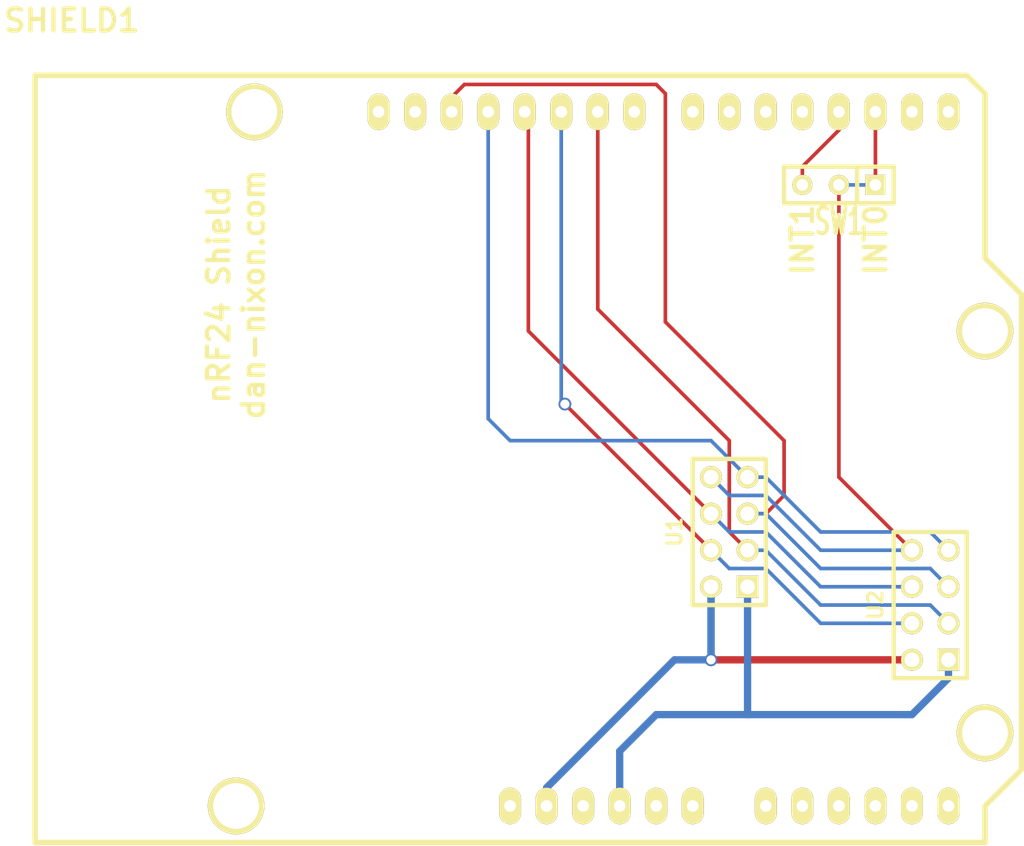
<source format=kicad_pcb>
(kicad_pcb (version 3) (host pcbnew "(2013-mar-13)-testing")

  (general
    (links 19)
    (no_connects 0)
    (area 47.430267 87.7316 123.634501 146.554)
    (thickness 1.6)
    (drawings 3)
    (tracks 69)
    (zones 0)
    (modules 4)
    (nets 29)
  )

  (page A4)
  (layers
    (15 F.Cu signal)
    (0 B.Cu signal)
    (16 B.Adhes user)
    (17 F.Adhes user)
    (18 B.Paste user)
    (19 F.Paste user)
    (20 B.SilkS user)
    (21 F.SilkS user)
    (22 B.Mask user)
    (23 F.Mask user)
    (24 Dwgs.User user)
    (25 Cmts.User user)
    (26 Eco1.User user)
    (27 Eco2.User user)
    (28 Edge.Cuts user)
  )

  (setup
    (last_trace_width 0.254)
    (trace_clearance 0.254)
    (zone_clearance 0.508)
    (zone_45_only no)
    (trace_min 0.254)
    (segment_width 0.2)
    (edge_width 0.1)
    (via_size 0.889)
    (via_drill 0.635)
    (via_min_size 0.889)
    (via_min_drill 0.508)
    (uvia_size 0.508)
    (uvia_drill 0.127)
    (uvias_allowed no)
    (uvia_min_size 0.508)
    (uvia_min_drill 0.127)
    (pcb_text_width 0.3)
    (pcb_text_size 1.5 1.5)
    (mod_edge_width 0.15)
    (mod_text_size 1 1)
    (mod_text_width 0.15)
    (pad_size 1.5 1.5)
    (pad_drill 0.6)
    (pad_to_mask_clearance 0)
    (aux_axis_origin 0 0)
    (visible_elements FFFFFF7F)
    (pcbplotparams
      (layerselection 3178497)
      (usegerberextensions true)
      (excludeedgelayer true)
      (linewidth 0.150000)
      (plotframeref false)
      (viasonmask false)
      (mode 1)
      (useauxorigin false)
      (hpglpennumber 1)
      (hpglpenspeed 20)
      (hpglpendiameter 15)
      (hpglpenoverlay 2)
      (psnegative false)
      (psa4output false)
      (plotreference true)
      (plotvalue true)
      (plotothertext true)
      (plotinvisibletext false)
      (padsonsilk false)
      (subtractmaskfromsilk false)
      (outputformat 1)
      (mirror false)
      (drillshape 1)
      (scaleselection 1)
      (outputdirectory ""))
  )

  (net 0 "")
  (net 1 /3v3)
  (net 2 /CE)
  (net 3 /CSN)
  (net 4 /GND)
  (net 5 /IRQ)
  (net 6 /MISO)
  (net 7 /MOSI)
  (net 8 /SCK)
  (net 9 N-0000010)
  (net 10 N-0000011)
  (net 11 N-0000012)
  (net 12 N-0000013)
  (net 13 N-0000014)
  (net 14 N-0000015)
  (net 15 N-0000016)
  (net 16 N-0000017)
  (net 17 N-0000018)
  (net 18 N-0000019)
  (net 19 N-000002)
  (net 20 N-0000020)
  (net 21 N-0000021)
  (net 22 N-0000022)
  (net 23 N-0000023)
  (net 24 N-0000024)
  (net 25 N-0000028)
  (net 26 N-000003)
  (net 27 N-000008)
  (net 28 N-000009)

  (net_class Default "This is the default net class."
    (clearance 0.254)
    (trace_width 0.254)
    (via_dia 0.889)
    (via_drill 0.635)
    (uvia_dia 0.508)
    (uvia_drill 0.127)
    (add_net "")
    (add_net /CE)
    (add_net /CSN)
    (add_net /IRQ)
    (add_net /MISO)
    (add_net /MOSI)
    (add_net /SCK)
    (add_net N-0000010)
    (add_net N-0000011)
    (add_net N-0000012)
    (add_net N-0000013)
    (add_net N-0000014)
    (add_net N-0000015)
    (add_net N-0000016)
    (add_net N-0000017)
    (add_net N-0000018)
    (add_net N-0000019)
    (add_net N-000002)
    (add_net N-0000020)
    (add_net N-0000021)
    (add_net N-0000022)
    (add_net N-0000023)
    (add_net N-0000024)
    (add_net N-0000028)
    (add_net N-000003)
    (add_net N-000008)
    (add_net N-000009)
  )

  (net_class Power ""
    (clearance 0.254)
    (trace_width 0.508)
    (via_dia 0.889)
    (via_drill 0.635)
    (uvia_dia 0.508)
    (uvia_drill 0.127)
    (add_net /3v3)
    (add_net /GND)
  )

  (module SIL-3 (layer F.Cu) (tedit 200000) (tstamp 5372508E)
    (at 110.49 100.33 180)
    (descr "Connecteur 3 pins")
    (tags "CONN DEV")
    (path /537249B6)
    (fp_text reference SW1 (at 0 -2.54 180) (layer F.SilkS)
      (effects (font (size 1.7907 1.07696) (thickness 0.3048)))
    )
    (fp_text value SWITCH_INV (at 0 -2.54 180) (layer F.SilkS) hide
      (effects (font (size 1.524 1.016) (thickness 0.3048)))
    )
    (fp_line (start -3.81 1.27) (end -3.81 -1.27) (layer F.SilkS) (width 0.3048))
    (fp_line (start -3.81 -1.27) (end 3.81 -1.27) (layer F.SilkS) (width 0.3048))
    (fp_line (start 3.81 -1.27) (end 3.81 1.27) (layer F.SilkS) (width 0.3048))
    (fp_line (start 3.81 1.27) (end -3.81 1.27) (layer F.SilkS) (width 0.3048))
    (fp_line (start -1.27 -1.27) (end -1.27 1.27) (layer F.SilkS) (width 0.3048))
    (pad 1 thru_hole rect (at -2.54 0 180) (size 1.397 1.397) (drill 0.8128)
      (layers *.Cu *.Mask F.SilkS)
      (net 5 /IRQ)
    )
    (pad 2 thru_hole circle (at 0 0 180) (size 1.397 1.397) (drill 0.8128)
      (layers *.Cu *.Mask F.SilkS)
      (net 5 /IRQ)
    )
    (pad 3 thru_hole circle (at 2.54 0 180) (size 1.397 1.397) (drill 0.8128)
      (layers *.Cu *.Mask F.SilkS)
      (net 25 N-0000028)
    )
  )

  (module pin_array_4x2 (layer F.Cu) (tedit 3FAB90E6) (tstamp 537265B1)
    (at 102.87 124.46 90)
    (descr "Double rangee de contacts 2 x 4 pins")
    (tags CONN)
    (path /53724665)
    (fp_text reference U1 (at 0 -3.81 90) (layer F.SilkS)
      (effects (font (size 1.016 1.016) (thickness 0.2032)))
    )
    (fp_text value NRF24 (at 0 3.81 90) (layer F.SilkS) hide
      (effects (font (size 1.016 1.016) (thickness 0.2032)))
    )
    (fp_line (start -5.08 -2.54) (end 5.08 -2.54) (layer F.SilkS) (width 0.3048))
    (fp_line (start 5.08 -2.54) (end 5.08 2.54) (layer F.SilkS) (width 0.3048))
    (fp_line (start 5.08 2.54) (end -5.08 2.54) (layer F.SilkS) (width 0.3048))
    (fp_line (start -5.08 2.54) (end -5.08 -2.54) (layer F.SilkS) (width 0.3048))
    (pad 1 thru_hole rect (at -3.81 1.27 90) (size 1.524 1.524) (drill 1.016)
      (layers *.Cu *.Mask F.SilkS)
      (net 4 /GND)
    )
    (pad 2 thru_hole circle (at -3.81 -1.27 90) (size 1.524 1.524) (drill 1.016)
      (layers *.Cu *.Mask F.SilkS)
      (net 1 /3v3)
    )
    (pad 3 thru_hole circle (at -1.27 1.27 90) (size 1.524 1.524) (drill 1.016)
      (layers *.Cu *.Mask F.SilkS)
      (net 2 /CE)
    )
    (pad 4 thru_hole circle (at -1.27 -1.27 90) (size 1.524 1.524) (drill 1.016)
      (layers *.Cu *.Mask F.SilkS)
      (net 3 /CSN)
    )
    (pad 5 thru_hole circle (at 1.27 1.27 90) (size 1.524 1.524) (drill 1.016)
      (layers *.Cu *.Mask F.SilkS)
      (net 8 /SCK)
    )
    (pad 6 thru_hole circle (at 1.27 -1.27 90) (size 1.524 1.524) (drill 1.016)
      (layers *.Cu *.Mask F.SilkS)
      (net 7 /MOSI)
    )
    (pad 7 thru_hole circle (at 3.81 1.27 90) (size 1.524 1.524) (drill 1.016)
      (layers *.Cu *.Mask F.SilkS)
      (net 6 /MISO)
    )
    (pad 8 thru_hole circle (at 3.81 -1.27 90) (size 1.524 1.524) (drill 1.016)
      (layers *.Cu *.Mask F.SilkS)
      (net 5 /IRQ)
    )
    (model pin_array/pins_array_4x2.wrl
      (at (xyz 0 0 0))
      (scale (xyz 1 1 1))
      (rotate (xyz 0 0 0))
    )
  )

  (module pin_array_4x2 (layer F.Cu) (tedit 3FAB90E6) (tstamp 537250AE)
    (at 116.84 129.54 90)
    (descr "Double rangee de contacts 2 x 4 pins")
    (tags CONN)
    (path /53724AE1)
    (fp_text reference U2 (at 0 -3.81 90) (layer F.SilkS)
      (effects (font (size 1.016 1.016) (thickness 0.2032)))
    )
    (fp_text value NRF24 (at 0 3.81 90) (layer F.SilkS) hide
      (effects (font (size 1.016 1.016) (thickness 0.2032)))
    )
    (fp_line (start -5.08 -2.54) (end 5.08 -2.54) (layer F.SilkS) (width 0.3048))
    (fp_line (start 5.08 -2.54) (end 5.08 2.54) (layer F.SilkS) (width 0.3048))
    (fp_line (start 5.08 2.54) (end -5.08 2.54) (layer F.SilkS) (width 0.3048))
    (fp_line (start -5.08 2.54) (end -5.08 -2.54) (layer F.SilkS) (width 0.3048))
    (pad 1 thru_hole rect (at -3.81 1.27 90) (size 1.524 1.524) (drill 1.016)
      (layers *.Cu *.Mask F.SilkS)
      (net 4 /GND)
    )
    (pad 2 thru_hole circle (at -3.81 -1.27 90) (size 1.524 1.524) (drill 1.016)
      (layers *.Cu *.Mask F.SilkS)
      (net 1 /3v3)
    )
    (pad 3 thru_hole circle (at -1.27 1.27 90) (size 1.524 1.524) (drill 1.016)
      (layers *.Cu *.Mask F.SilkS)
      (net 2 /CE)
    )
    (pad 4 thru_hole circle (at -1.27 -1.27 90) (size 1.524 1.524) (drill 1.016)
      (layers *.Cu *.Mask F.SilkS)
      (net 3 /CSN)
    )
    (pad 5 thru_hole circle (at 1.27 1.27 90) (size 1.524 1.524) (drill 1.016)
      (layers *.Cu *.Mask F.SilkS)
      (net 8 /SCK)
    )
    (pad 6 thru_hole circle (at 1.27 -1.27 90) (size 1.524 1.524) (drill 1.016)
      (layers *.Cu *.Mask F.SilkS)
      (net 7 /MOSI)
    )
    (pad 7 thru_hole circle (at 3.81 1.27 90) (size 1.524 1.524) (drill 1.016)
      (layers *.Cu *.Mask F.SilkS)
      (net 6 /MISO)
    )
    (pad 8 thru_hole circle (at 3.81 -1.27 90) (size 1.524 1.524) (drill 1.016)
      (layers *.Cu *.Mask F.SilkS)
      (net 5 /IRQ)
    )
    (model pin_array/pins_array_4x2.wrl
      (at (xyz 0 0 0))
      (scale (xyz 1 1 1))
      (rotate (xyz 0 0 0))
    )
  )

  (module "ARDUINO SHIELD" (layer F.Cu) (tedit 4CD6A37D) (tstamp 537264A9)
    (at 54.61 146.05)
    (path /537263BD)
    (fp_text reference SHIELD1 (at 2.54 -57.15) (layer F.SilkS)
      (effects (font (thickness 0.3048)))
    )
    (fp_text value ARDUINO_SHIELD (at 5.08 -54.61) (layer F.SilkS) hide
      (effects (font (thickness 0.3048)))
    )
    (fp_line (start 66.04 -40.64) (end 66.04 -52.07) (layer F.SilkS) (width 0.381))
    (fp_line (start 66.04 -52.07) (end 64.77 -53.34) (layer F.SilkS) (width 0.381))
    (fp_line (start 64.77 -53.34) (end 0 -53.34) (layer F.SilkS) (width 0.381))
    (fp_line (start 66.04 0) (end 0 0) (layer F.SilkS) (width 0.381))
    (fp_line (start 0 0) (end 0 -53.34) (layer F.SilkS) (width 0.381))
    (fp_line (start 66.04 -40.64) (end 68.58 -38.1) (layer F.SilkS) (width 0.381))
    (fp_line (start 68.58 -38.1) (end 68.58 -5.08) (layer F.SilkS) (width 0.381))
    (fp_line (start 68.58 -5.08) (end 66.04 -2.54) (layer F.SilkS) (width 0.381))
    (fp_line (start 66.04 -2.54) (end 66.04 0) (layer F.SilkS) (width 0.381))
    (pad AD5 thru_hole oval (at 63.5 -2.54 90) (size 2.54 1.524) (drill 0.8128)
      (layers *.Cu *.Mask F.SilkS)
      (net 13 N-0000014)
    )
    (pad AD4 thru_hole oval (at 60.96 -2.54 90) (size 2.54 1.524) (drill 0.8128)
      (layers *.Cu *.Mask F.SilkS)
      (net 14 N-0000015)
    )
    (pad AD3 thru_hole oval (at 58.42 -2.54 90) (size 2.54 1.524) (drill 0.8128)
      (layers *.Cu *.Mask F.SilkS)
      (net 15 N-0000016)
    )
    (pad AD0 thru_hole oval (at 50.8 -2.54 90) (size 2.54 1.524) (drill 0.8128)
      (layers *.Cu *.Mask F.SilkS)
      (net 27 N-000008)
    )
    (pad AD1 thru_hole oval (at 53.34 -2.54 90) (size 2.54 1.524) (drill 0.8128)
      (layers *.Cu *.Mask F.SilkS)
      (net 17 N-0000018)
    )
    (pad AD2 thru_hole oval (at 55.88 -2.54 90) (size 2.54 1.524) (drill 0.8128)
      (layers *.Cu *.Mask F.SilkS)
      (net 16 N-0000017)
    )
    (pad V_IN thru_hole oval (at 45.72 -2.54 90) (size 2.54 1.524) (drill 0.8128)
      (layers *.Cu *.Mask F.SilkS)
      (net 28 N-000009)
    )
    (pad GND2 thru_hole oval (at 43.18 -2.54 90) (size 2.54 1.524) (drill 0.8128)
      (layers *.Cu *.Mask F.SilkS)
      (net 11 N-0000012)
    )
    (pad GND1 thru_hole oval (at 40.64 -2.54 90) (size 2.54 1.524) (drill 0.8128)
      (layers *.Cu *.Mask F.SilkS)
      (net 4 /GND)
    )
    (pad 3V3 thru_hole oval (at 35.56 -2.54 90) (size 2.54 1.524) (drill 0.8128)
      (layers *.Cu *.Mask F.SilkS)
      (net 1 /3v3)
    )
    (pad RST thru_hole oval (at 33.02 -2.54 90) (size 2.54 1.524) (drill 0.8128)
      (layers *.Cu *.Mask F.SilkS)
      (net 12 N-0000013)
    )
    (pad 0 thru_hole oval (at 63.5 -50.8 90) (size 2.54 1.524) (drill 0.8128)
      (layers *.Cu *.Mask F.SilkS)
      (net 26 N-000003)
    )
    (pad 1 thru_hole oval (at 60.96 -50.8 90) (size 2.54 1.524) (drill 0.8128)
      (layers *.Cu *.Mask F.SilkS)
      (net 19 N-000002)
    )
    (pad 2 thru_hole oval (at 58.42 -50.8 90) (size 2.54 1.524) (drill 0.8128)
      (layers *.Cu *.Mask F.SilkS)
      (net 5 /IRQ)
    )
    (pad 3 thru_hole oval (at 55.88 -50.8 90) (size 2.54 1.524) (drill 0.8128)
      (layers *.Cu *.Mask F.SilkS)
      (net 25 N-0000028)
    )
    (pad 4 thru_hole oval (at 53.34 -50.8 90) (size 2.54 1.524) (drill 0.8128)
      (layers *.Cu *.Mask F.SilkS)
      (net 24 N-0000024)
    )
    (pad 5 thru_hole oval (at 50.8 -50.8 90) (size 2.54 1.524) (drill 0.8128)
      (layers *.Cu *.Mask F.SilkS)
      (net 23 N-0000023)
    )
    (pad 6 thru_hole oval (at 48.26 -50.8 90) (size 2.54 1.524) (drill 0.8128)
      (layers *.Cu *.Mask F.SilkS)
      (net 22 N-0000022)
    )
    (pad 7 thru_hole oval (at 45.72 -50.8 90) (size 2.54 1.524) (drill 0.8128)
      (layers *.Cu *.Mask F.SilkS)
      (net 21 N-0000021)
    )
    (pad 8 thru_hole oval (at 41.656 -50.8 90) (size 2.54 1.524) (drill 0.8128)
      (layers *.Cu *.Mask F.SilkS)
      (net 20 N-0000020)
    )
    (pad 9 thru_hole oval (at 39.116 -50.8 90) (size 2.54 1.524) (drill 0.8128)
      (layers *.Cu *.Mask F.SilkS)
      (net 2 /CE)
    )
    (pad 10 thru_hole oval (at 36.576 -50.8 90) (size 2.54 1.524) (drill 0.8128)
      (layers *.Cu *.Mask F.SilkS)
      (net 3 /CSN)
    )
    (pad 11 thru_hole oval (at 34.036 -50.8 90) (size 2.54 1.524) (drill 0.8128)
      (layers *.Cu *.Mask F.SilkS)
      (net 7 /MOSI)
    )
    (pad 12 thru_hole oval (at 31.496 -50.8 90) (size 2.54 1.524) (drill 0.8128)
      (layers *.Cu *.Mask F.SilkS)
      (net 6 /MISO)
    )
    (pad 13 thru_hole oval (at 28.956 -50.8 90) (size 2.54 1.524) (drill 0.8128)
      (layers *.Cu *.Mask F.SilkS)
      (net 8 /SCK)
    )
    (pad GND3 thru_hole oval (at 26.416 -50.8 90) (size 2.54 1.524) (drill 0.8128)
      (layers *.Cu *.Mask F.SilkS)
      (net 10 N-0000011)
    )
    (pad AREF thru_hole oval (at 23.876 -50.8 90) (size 2.54 1.524) (drill 0.8128)
      (layers *.Cu *.Mask F.SilkS)
      (net 9 N-0000010)
    )
    (pad 5V thru_hole oval (at 38.1 -2.54 90) (size 2.54 1.524) (drill 0.8128)
      (layers *.Cu *.Mask F.SilkS)
      (net 18 N-0000019)
    )
    (pad "" thru_hole circle (at 66.04 -7.62 90) (size 3.937 3.937) (drill 3.175)
      (layers *.Cu *.Mask F.SilkS)
    )
    (pad "" thru_hole circle (at 66.04 -35.56 90) (size 3.937 3.937) (drill 3.175)
      (layers *.Cu *.Mask F.SilkS)
    )
    (pad "" thru_hole circle (at 15.24 -50.8 90) (size 3.937 3.937) (drill 3.175)
      (layers *.Cu *.Mask F.SilkS)
    )
    (pad "" thru_hole circle (at 13.97 -2.54 90) (size 3.937 3.937) (drill 3.175)
      (layers *.Cu *.Mask F.SilkS)
    )
  )

  (gr_text "nRF24 Shield\ndan-nixon.com" (at 68.58 107.95 90) (layer F.SilkS)
    (effects (font (size 1.5 1.5) (thickness 0.3)))
  )
  (gr_text INT1 (at 107.95 104.14 90) (layer F.SilkS)
    (effects (font (size 1.5 1.5) (thickness 0.3)))
  )
  (gr_text INT0 (at 113.03 104.14 90) (layer F.SilkS)
    (effects (font (size 1.5 1.5) (thickness 0.3)))
  )

  (segment (start 115.57 133.35) (end 101.6 133.35) (width 0.508) (layer F.Cu) (net 1))
  (via (at 101.6 133.35) (size 0.889) (layers F.Cu B.Cu) (net 1))
  (segment (start 101.6 133.35) (end 101.6 128.27) (width 0.508) (layer B.Cu) (net 1) (tstamp 53726609))
  (segment (start 101.6 128.27) (end 101.6 133.35) (width 0.508) (layer B.Cu) (net 1) (tstamp 5372660A))
  (segment (start 101.6 133.35) (end 99.06 133.35) (width 0.508) (layer B.Cu) (net 1) (tstamp 5372660B))
  (segment (start 99.06 133.35) (end 90.17 142.24) (width 0.508) (layer B.Cu) (net 1) (tstamp 5372660C))
  (segment (start 90.17 142.24) (end 90.17 143.51) (width 0.508) (layer B.Cu) (net 1) (tstamp 5372660D))
  (segment (start 93.726 95.25) (end 93.726 108.966) (width 0.254) (layer F.Cu) (net 2))
  (segment (start 102.87 124.46) (end 104.14 125.73) (width 0.254) (layer F.Cu) (net 2) (tstamp 5372669B))
  (segment (start 102.87 118.11) (end 102.87 124.46) (width 0.254) (layer F.Cu) (net 2) (tstamp 53726697))
  (segment (start 93.726 108.966) (end 102.87 118.11) (width 0.254) (layer F.Cu) (net 2) (tstamp 53726691))
  (segment (start 104.14 125.73) (end 105.41 125.73) (width 0.254) (layer B.Cu) (net 2))
  (segment (start 116.84 129.54) (end 118.11 130.81) (width 0.254) (layer B.Cu) (net 2) (tstamp 5372661A))
  (segment (start 109.22 129.54) (end 116.84 129.54) (width 0.254) (layer B.Cu) (net 2) (tstamp 53726618))
  (segment (start 105.41 125.73) (end 109.22 129.54) (width 0.254) (layer B.Cu) (net 2) (tstamp 53726616))
  (segment (start 101.6 125.73) (end 91.44 115.57) (width 0.254) (layer F.Cu) (net 3))
  (segment (start 91.186 115.316) (end 91.186 95.25) (width 0.254) (layer B.Cu) (net 3) (tstamp 537266C1))
  (segment (start 91.44 115.57) (end 91.186 115.316) (width 0.254) (layer B.Cu) (net 3) (tstamp 537266C0))
  (via (at 91.44 115.57) (size 0.889) (layers F.Cu B.Cu) (net 3))
  (segment (start 101.6 125.73) (end 102.87 127) (width 0.254) (layer B.Cu) (net 3))
  (segment (start 109.22 130.81) (end 115.57 130.81) (width 0.254) (layer B.Cu) (net 3) (tstamp 53726612))
  (segment (start 105.41 127) (end 109.22 130.81) (width 0.254) (layer B.Cu) (net 3) (tstamp 53726611))
  (segment (start 102.87 127) (end 105.41 127) (width 0.254) (layer B.Cu) (net 3) (tstamp 53726610))
  (segment (start 104.14 128.27) (end 104.14 137.16) (width 0.508) (layer B.Cu) (net 4))
  (segment (start 118.11 133.35) (end 118.11 134.62) (width 0.508) (layer B.Cu) (net 4))
  (segment (start 95.25 139.7) (end 95.25 143.51) (width 0.508) (layer B.Cu) (net 4) (tstamp 537265F7))
  (segment (start 97.79 137.16) (end 95.25 139.7) (width 0.508) (layer B.Cu) (net 4) (tstamp 537265F5))
  (segment (start 115.57 137.16) (end 104.14 137.16) (width 0.508) (layer B.Cu) (net 4) (tstamp 537265F3))
  (segment (start 104.14 137.16) (end 97.79 137.16) (width 0.508) (layer B.Cu) (net 4) (tstamp 537265FD))
  (segment (start 118.11 134.62) (end 115.57 137.16) (width 0.508) (layer B.Cu) (net 4) (tstamp 537265F2))
  (segment (start 110.49 100.33) (end 113.03 100.33) (width 0.254) (layer B.Cu) (net 5) (status C00000))
  (segment (start 110.49 100.33) (end 110.49 120.65) (width 0.254) (layer F.Cu) (net 5) (status 400000))
  (segment (start 110.49 120.65) (end 115.57 125.73) (width 0.254) (layer F.Cu) (net 5) (tstamp 5372671B) (status 800000))
  (segment (start 113.03 100.33) (end 113.03 95.25) (width 0.254) (layer F.Cu) (net 5) (status C00000))
  (segment (start 101.6 120.65) (end 102.87 121.92) (width 0.254) (layer B.Cu) (net 5))
  (segment (start 109.22 125.73) (end 115.57 125.73) (width 0.254) (layer B.Cu) (net 5) (tstamp 5372662D))
  (segment (start 105.41 121.92) (end 109.22 125.73) (width 0.254) (layer B.Cu) (net 5) (tstamp 5372662C))
  (segment (start 102.87 121.92) (end 105.41 121.92) (width 0.254) (layer B.Cu) (net 5) (tstamp 5372662B))
  (segment (start 104.14 120.65) (end 101.6 118.11) (width 0.254) (layer B.Cu) (net 6))
  (segment (start 86.106 116.586) (end 86.106 95.25) (width 0.254) (layer B.Cu) (net 6) (tstamp 537266F6))
  (segment (start 87.63 118.11) (end 86.106 116.586) (width 0.254) (layer B.Cu) (net 6) (tstamp 537266EF))
  (segment (start 101.6 118.11) (end 87.63 118.11) (width 0.254) (layer B.Cu) (net 6) (tstamp 537266EE))
  (segment (start 104.14 120.65) (end 105.41 120.65) (width 0.254) (layer B.Cu) (net 6))
  (segment (start 116.84 124.46) (end 118.11 125.73) (width 0.254) (layer B.Cu) (net 6) (tstamp 53726633))
  (segment (start 109.22 124.46) (end 116.84 124.46) (width 0.254) (layer B.Cu) (net 6) (tstamp 53726632))
  (segment (start 105.41 120.65) (end 109.22 124.46) (width 0.254) (layer B.Cu) (net 6) (tstamp 53726631))
  (segment (start 101.6 123.19) (end 88.9 110.49) (width 0.254) (layer F.Cu) (net 7))
  (segment (start 88.9 95.504) (end 88.646 95.25) (width 0.254) (layer F.Cu) (net 7) (tstamp 537266B1))
  (segment (start 88.9 110.49) (end 88.9 95.504) (width 0.254) (layer F.Cu) (net 7) (tstamp 537266AB))
  (segment (start 101.6 123.19) (end 102.87 124.46) (width 0.254) (layer B.Cu) (net 7))
  (segment (start 109.22 128.27) (end 115.57 128.27) (width 0.254) (layer B.Cu) (net 7) (tstamp 53726623))
  (segment (start 105.41 124.46) (end 109.22 128.27) (width 0.254) (layer B.Cu) (net 7) (tstamp 53726622))
  (segment (start 102.87 124.46) (end 105.41 124.46) (width 0.254) (layer B.Cu) (net 7) (tstamp 53726621))
  (segment (start 83.566 95.25) (end 83.566 94.234) (width 0.254) (layer F.Cu) (net 8))
  (segment (start 105.41 123.19) (end 104.14 123.19) (width 0.254) (layer F.Cu) (net 8) (tstamp 5372668D))
  (segment (start 106.68 121.92) (end 105.41 123.19) (width 0.254) (layer F.Cu) (net 8) (tstamp 5372668B))
  (segment (start 106.68 118.11) (end 106.68 121.92) (width 0.254) (layer F.Cu) (net 8) (tstamp 53726689))
  (segment (start 98.425 109.855) (end 106.68 118.11) (width 0.254) (layer F.Cu) (net 8) (tstamp 53726682))
  (segment (start 98.425 93.98) (end 98.425 109.855) (width 0.254) (layer F.Cu) (net 8) (tstamp 53726681))
  (segment (start 97.79 93.345) (end 98.425 93.98) (width 0.254) (layer F.Cu) (net 8) (tstamp 5372667F))
  (segment (start 84.455 93.345) (end 97.79 93.345) (width 0.254) (layer F.Cu) (net 8) (tstamp 5372667E))
  (segment (start 83.566 94.234) (end 84.455 93.345) (width 0.254) (layer F.Cu) (net 8) (tstamp 5372667D))
  (segment (start 104.14 123.19) (end 105.41 123.19) (width 0.254) (layer B.Cu) (net 8))
  (segment (start 116.84 127) (end 118.11 128.27) (width 0.254) (layer B.Cu) (net 8) (tstamp 53726628))
  (segment (start 109.22 127) (end 116.84 127) (width 0.254) (layer B.Cu) (net 8) (tstamp 53726627))
  (segment (start 105.41 123.19) (end 109.22 127) (width 0.254) (layer B.Cu) (net 8) (tstamp 53726626))
  (segment (start 107.95 100.33) (end 107.95 99.06) (width 0.254) (layer F.Cu) (net 25) (status 400000))
  (segment (start 110.49 96.52) (end 110.49 95.25) (width 0.254) (layer F.Cu) (net 25) (tstamp 53726715) (status C00000))
  (segment (start 107.95 99.06) (end 110.49 96.52) (width 0.254) (layer F.Cu) (net 25) (tstamp 53726712) (status 800000))

)

</source>
